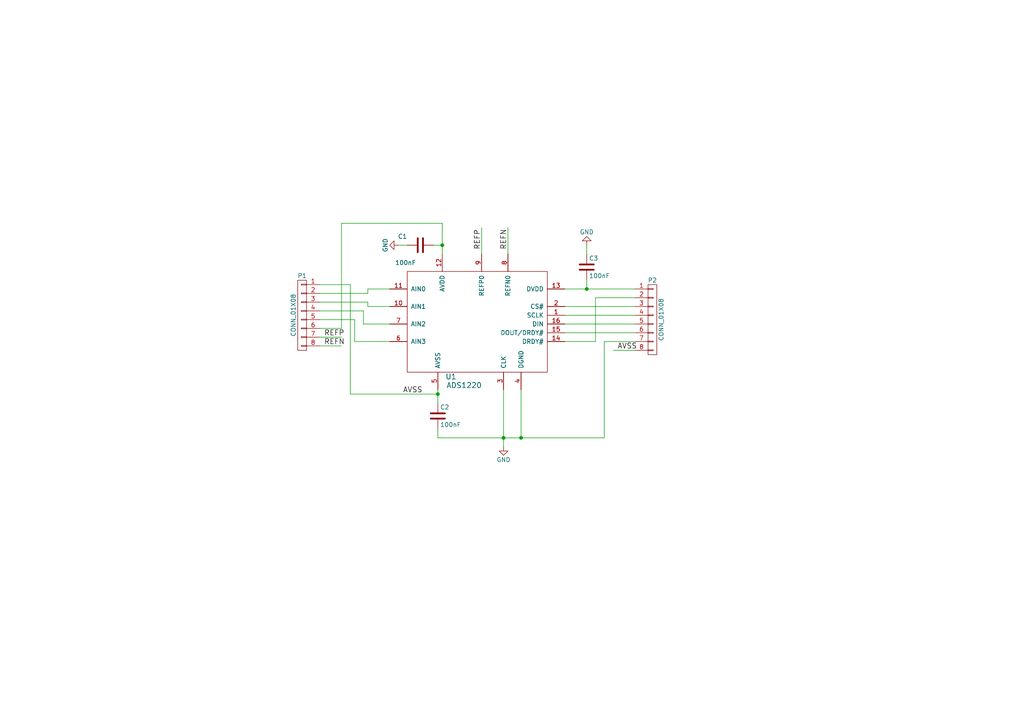
<source format=kicad_sch>
(kicad_sch (version 20230121) (generator eeschema)
  (paper "A4")
  (lib_symbols
    (symbol "ads1220:ADS1220" (pin_names (offset 1.016))
      (property "Reference" "U" (at -3.81 -17.78 0))
      (property "Value" "ADS1220" (at 0 -20.32 0))
      (symbol "ADS1220_0_1"
        (rectangle (start -16.51 12.7) (end 24.13 -16.51))
      )
      (symbol "ADS1220_1_1"
        (pin input line (at 29.21 0 180) (length 5.08) (name "SCLK") (number "1"))
        (pin input line (at -21.59 2.54 0) (length 5.08) (name "AIN1") (number "10"))
        (pin input line (at -21.59 7.62 0) (length 5.08) (name "AIN0") (number "11"))
        (pin power_in line (at -6.35 17.78 270) (length 5.08) (name "AVDD") (number "12"))
        (pin input line (at 29.21 7.62 180) (length 5.08) (name "DVDD") (number "13"))
        (pin output line (at 29.21 -7.62 180) (length 5.08) (name "DRDY#") (number "14"))
        (pin output line (at 29.21 -5.08 180) (length 5.08) (name "DOUT/DRDY#") (number "15"))
        (pin input line (at 29.21 -2.54 180) (length 5.08) (name "DIN") (number "16"))
        (pin input line (at 29.21 2.54 180) (length 5.08) (name "CS#") (number "2"))
        (pin input line (at 11.43 -21.59 90) (length 5.08) (name "CLK") (number "3"))
        (pin power_in line (at 16.51 -21.59 90) (length 5.08) (name "DGND") (number "4"))
        (pin power_in line (at -7.62 -21.59 90) (length 5.08) (name "AVSS") (number "5"))
        (pin input line (at -21.59 -7.62 0) (length 5.08) (name "AIN3") (number "6"))
        (pin input line (at -21.59 -2.54 0) (length 5.08) (name "AIN2") (number "7"))
        (pin power_in line (at 12.7 17.78 270) (length 5.08) (name "REFN0") (number "8"))
        (pin power_in line (at 5.08 17.78 270) (length 5.08) (name "REFP0") (number "9"))
      )
    )
    (symbol "bb-ads1220-rescue:C" (pin_numbers hide) (pin_names (offset 0.254))
      (property "Reference" "C" (at 0.635 2.54 0))
      (property "Value" "C" (at 0.635 -2.54 0))
      (symbol "C_0_1"
        (polyline (pts (xy -2.032 -0.762) (xy 2.032 -0.762)) (stroke (width 0.508)))
        (polyline (pts (xy -2.032 0.762) (xy 2.032 0.762)) (stroke (width 0.508)))
      )
      (symbol "C_1_1"
        (pin passive line (at 0 3.81 270) (length 2.794) (name "~") (number "1"))
        (pin passive line (at 0 -3.81 90) (length 2.794) (name "~") (number "2"))
      )
    )
    (symbol "bb-ads1220-rescue:CONN_01X08" (pin_names (offset 1.016) hide)
      (property "Reference" "P" (at 0 11.43 0))
      (property "Value" "CONN_01X08" (at 2.54 0 90))
      (symbol "CONN_01X08_0_1"
        (rectangle (start -1.27 -10.16) (end 1.27 10.16))
        (rectangle (start -1.27 -8.763) (end 0.254 -9.017))
        (rectangle (start -1.27 -6.223) (end 0.254 -6.477))
        (rectangle (start -1.27 -3.683) (end 0.254 -3.937))
        (rectangle (start -1.27 -1.143) (end 0.254 -1.397))
        (rectangle (start -1.27 1.397) (end 0.254 1.143))
        (rectangle (start -1.27 3.937) (end 0.254 3.683))
        (rectangle (start -1.27 6.477) (end 0.254 6.223))
        (rectangle (start -1.27 9.017) (end 0.254 8.763))
      )
      (symbol "CONN_01X08_1_1"
        (pin passive line (at -5.08 8.89 0) (length 3.81) (name "P1") (number "1"))
        (pin passive line (at -5.08 6.35 0) (length 3.81) (name "P2") (number "2"))
        (pin passive line (at -5.08 3.81 0) (length 3.81) (name "P3") (number "3"))
        (pin passive line (at -5.08 1.27 0) (length 3.81) (name "P4") (number "4"))
        (pin passive line (at -5.08 -1.27 0) (length 3.81) (name "P5") (number "5"))
        (pin passive line (at -5.08 -3.81 0) (length 3.81) (name "P6") (number "6"))
        (pin passive line (at -5.08 -6.35 0) (length 3.81) (name "P7") (number "7"))
        (pin passive line (at -5.08 -8.89 0) (length 3.81) (name "P8") (number "8"))
      )
    )
    (symbol "bb-ads1220-rescue:GND" (power) (pin_names (offset 0))
      (property "Value" "GND" (at 0 -3.81 0))
      (symbol "GND_0_1"
        (polyline (pts (xy 0 0) (xy 0 -1.27) (xy 1.27 -1.27) (xy 0 -2.54) (xy -1.27 -1.27) (xy 0 -1.27)))
      )
      (symbol "GND_1_1"
        (pin power_in line (at 0 0 270) (length 0) hide (name "GND") (number "1"))
      )
    )
  )
  (junction (at 170.18 83.82))
  (junction (at 146.05 127))
  (junction (at 151.13 127))
  (junction (at 128.27 71.12))
  (junction (at 127 114.3))
  (wire (pts (xy 170.18 81.28) (xy 170.18 83.82)))
  (wire (pts (xy 92.71 95.25) (xy 99.06 95.25)))
  (wire (pts (xy 127 127) (xy 127 124.46)))
  (wire (pts (xy 106.68 83.82) (xy 113.03 83.82)))
  (wire (pts (xy 106.68 88.9) (xy 113.03 88.9)))
  (wire (pts (xy 92.71 100.33) (xy 99.06 100.33)))
  (wire (pts (xy 170.18 83.82) (xy 184.15 83.82)))
  (wire (pts (xy 101.6 82.55) (xy 101.6 114.3)))
  (wire (pts (xy 92.71 87.63) (xy 106.68 87.63)))
  (wire (pts (xy 127 127) (xy 146.05 127)))
  (wire (pts (xy 99.06 95.25) (xy 99.06 64.77)))
  (wire (pts (xy 125.73 71.12) (xy 128.27 71.12)))
  (wire (pts (xy 170.18 71.12) (xy 170.18 73.66)))
  (wire (pts (xy 163.83 88.9) (xy 184.15 88.9)))
  (wire (pts (xy 92.71 82.55) (xy 101.6 82.55)))
  (wire (pts (xy 175.26 99.06) (xy 175.26 127)))
  (wire (pts (xy 127 113.03) (xy 127 114.3)))
  (wire (pts (xy 172.72 99.06) (xy 172.72 86.36)))
  (wire (pts (xy 92.71 90.17) (xy 105.41 90.17)))
  (wire (pts (xy 163.83 96.52) (xy 184.15 96.52)))
  (wire (pts (xy 102.87 99.06) (xy 113.03 99.06)))
  (wire (pts (xy 92.71 92.71) (xy 102.87 92.71)))
  (wire (pts (xy 106.68 87.63) (xy 106.68 88.9)))
  (wire (pts (xy 147.32 73.66) (xy 147.32 66.04)))
  (wire (pts (xy 127 114.3) (xy 127 116.84)))
  (wire (pts (xy 106.68 85.09) (xy 106.68 83.82)))
  (wire (pts (xy 163.83 91.44) (xy 184.15 91.44)))
  (wire (pts (xy 151.13 127) (xy 175.26 127)))
  (wire (pts (xy 163.83 93.98) (xy 184.15 93.98)))
  (wire (pts (xy 128.27 64.77) (xy 128.27 71.12)))
  (wire (pts (xy 92.71 85.09) (xy 106.68 85.09)))
  (wire (pts (xy 128.27 71.12) (xy 128.27 73.66)))
  (wire (pts (xy 146.05 127) (xy 146.05 129.54)))
  (wire (pts (xy 105.41 93.98) (xy 113.03 93.98)))
  (wire (pts (xy 101.6 114.3) (xy 127 114.3)))
  (wire (pts (xy 163.83 99.06) (xy 172.72 99.06)))
  (wire (pts (xy 151.13 113.03) (xy 151.13 127)))
  (wire (pts (xy 184.15 101.6) (xy 177.8 101.6)))
  (wire (pts (xy 163.83 83.82) (xy 170.18 83.82)))
  (wire (pts (xy 139.7 73.66) (xy 139.7 66.04)))
  (wire (pts (xy 115.57 71.12) (xy 118.11 71.12)))
  (wire (pts (xy 172.72 86.36) (xy 184.15 86.36)))
  (wire (pts (xy 184.15 99.06) (xy 175.26 99.06)))
  (wire (pts (xy 146.05 127) (xy 151.13 127)))
  (wire (pts (xy 146.05 113.03) (xy 146.05 127)))
  (wire (pts (xy 99.06 64.77) (xy 128.27 64.77)))
  (wire (pts (xy 92.71 97.79) (xy 99.06 97.79)))
  (wire (pts (xy 102.87 92.71) (xy 102.87 99.06)))
  (wire (pts (xy 105.41 90.17) (xy 105.41 93.98)))
  (label "AVSS" (at 116.84 114.3 0) (effects (font (size 1.524 1.524))))
  (label "REFN" (at 93.98 100.33 0) (effects (font (size 1.524 1.524))))
  (label "AVSS" (at 179.07 101.6 0) (effects (font (size 1.524 1.524))))
  (label "REFP" (at 93.98 97.79 0) (effects (font (size 1.524 1.524))))
  (label "REFP" (at 139.7 72.39 90) (effects (font (size 1.524 1.524))))
  (label "REFN" (at 147.32 72.39 90) (effects (font (size 1.524 1.524))))
  (symbol (lib_id "ads1220:ADS1220") (at 134.62 91.44 0) (unit 1)
    (property "Reference" "U1" (at 130.81 109.22 0) (effects (font (size 1.524 1.524))))
    (property "Value" "ADS1220" (at 134.62 111.76 0) (effects (font (size 1.524 1.524))))
  )
  (symbol (lib_id "bb-ads1220-rescue:C") (at 127 120.65 0) (unit 1)
    (property "Reference" "C2" (at 127.635 118.11 0) (effects (justify left)))
    (property "Value" "100nF" (at 127.635 123.19 0) (effects (justify left)))
  )
  (symbol (lib_id "bb-ads1220-rescue:C") (at 121.92 71.12 90) (unit 1)
    (property "Reference" "C1" (at 118.11 68.58 90) (effects (justify left)))
    (property "Value" "100nF" (at 120.65 76.2 90) (effects (justify left)))
  )
  (symbol (lib_id "bb-ads1220-rescue:C") (at 170.18 77.47 0) (unit 1)
    (property "Reference" "C3" (at 170.815 74.93 0) (effects (justify left)))
    (property "Value" "100nF" (at 170.815 80.01 0) (effects (justify left)))
  )
  (symbol (lib_id "bb-ads1220-rescue:GND") (at 115.57 71.12 270) (unit 1)
    (property "Reference" "#PWR?" (effects hide))
    (property "Value" "GND" (at 111.76 71.12 0))
  )
  (symbol (lib_id "bb-ads1220-rescue:GND") (at 146.05 129.54 0) (unit 1)
    (property "Reference" "#PWR?" (effects hide))
    (property "Value" "GND" (at 146.05 133.35 0))
  )
  (symbol (lib_id "bb-ads1220-rescue:GND") (at 170.18 71.12 180) (unit 1)
    (property "Reference" "#PWR?" (effects hide))
    (property "Value" "GND" (at 170.18 67.31 0))
  )
  (symbol (lib_id "bb-ads1220-rescue:CONN_01X08") (at 87.63 91.44 0) (mirror y) (unit 1)
    (property "Reference" "P1" (at 87.63 80.01 0))
    (property "Value" "CONN_01X08" (at 85.09 91.44 90))
  )
  (symbol (lib_id "bb-ads1220-rescue:CONN_01X08") (at 189.23 92.71 0) (unit 1)
    (property "Reference" "P2" (at 189.23 81.28 0))
    (property "Value" "CONN_01X08" (at 191.77 92.71 90))
  )
)
</source>
